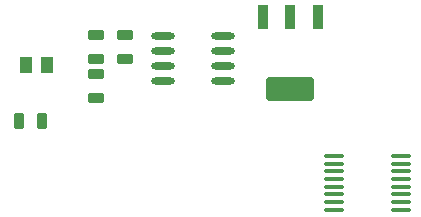
<source format=gbp>
G04 Layer_Color=128*
%FSLAX24Y24*%
%MOIN*%
G70*
G01*
G75*
G04:AMPARAMS|DCode=20|XSize=51.2mil|YSize=31.5mil|CornerRadius=1.6mil|HoleSize=0mil|Usage=FLASHONLY|Rotation=180.000|XOffset=0mil|YOffset=0mil|HoleType=Round|Shape=RoundedRectangle|*
%AMROUNDEDRECTD20*
21,1,0.0512,0.0283,0,0,180.0*
21,1,0.0480,0.0315,0,0,180.0*
1,1,0.0032,-0.0240,0.0142*
1,1,0.0032,0.0240,0.0142*
1,1,0.0032,0.0240,-0.0142*
1,1,0.0032,-0.0240,-0.0142*
%
%ADD20ROUNDEDRECTD20*%
G04:AMPARAMS|DCode=21|XSize=51.2mil|YSize=31.5mil|CornerRadius=1.6mil|HoleSize=0mil|Usage=FLASHONLY|Rotation=270.000|XOffset=0mil|YOffset=0mil|HoleType=Round|Shape=RoundedRectangle|*
%AMROUNDEDRECTD21*
21,1,0.0512,0.0283,0,0,270.0*
21,1,0.0480,0.0315,0,0,270.0*
1,1,0.0032,-0.0142,-0.0240*
1,1,0.0032,-0.0142,0.0240*
1,1,0.0032,0.0142,0.0240*
1,1,0.0032,0.0142,-0.0240*
%
%ADD21ROUNDEDRECTD21*%
G04:AMPARAMS|DCode=40|XSize=160mil|YSize=80mil|CornerRadius=12mil|HoleSize=0mil|Usage=FLASHONLY|Rotation=180.000|XOffset=0mil|YOffset=0mil|HoleType=Round|Shape=RoundedRectangle|*
%AMROUNDEDRECTD40*
21,1,0.1600,0.0560,0,0,180.0*
21,1,0.1360,0.0800,0,0,180.0*
1,1,0.0240,-0.0680,0.0280*
1,1,0.0240,0.0680,0.0280*
1,1,0.0240,0.0680,-0.0280*
1,1,0.0240,-0.0680,-0.0280*
%
%ADD40ROUNDEDRECTD40*%
G04:AMPARAMS|DCode=41|XSize=36mil|YSize=80mil|CornerRadius=7.2mil|HoleSize=0mil|Usage=FLASHONLY|Rotation=180.000|XOffset=0mil|YOffset=0mil|HoleType=Round|Shape=RoundedRectangle|*
%AMROUNDEDRECTD41*
21,1,0.0360,0.0656,0,0,180.0*
21,1,0.0216,0.0800,0,0,180.0*
1,1,0.0144,-0.0108,0.0328*
1,1,0.0144,0.0108,0.0328*
1,1,0.0144,0.0108,-0.0328*
1,1,0.0144,-0.0108,-0.0328*
%
%ADD41ROUNDEDRECTD41*%
%ADD42O,0.0787X0.0236*%
G04:AMPARAMS|DCode=43|XSize=55.1mil|YSize=39.4mil|CornerRadius=2mil|HoleSize=0mil|Usage=FLASHONLY|Rotation=90.000|XOffset=0mil|YOffset=0mil|HoleType=Round|Shape=RoundedRectangle|*
%AMROUNDEDRECTD43*
21,1,0.0551,0.0354,0,0,90.0*
21,1,0.0512,0.0394,0,0,90.0*
1,1,0.0039,0.0177,0.0256*
1,1,0.0039,0.0177,-0.0256*
1,1,0.0039,-0.0177,-0.0256*
1,1,0.0039,-0.0177,0.0256*
%
%ADD43ROUNDEDRECTD43*%
%ADD44O,0.0669X0.0138*%
D20*
X3346Y-7795D02*
D03*
Y-7008D02*
D03*
X3346Y-5709D02*
D03*
Y-6496D02*
D03*
X4331D02*
D03*
Y-5709D02*
D03*
D21*
X787Y-8563D02*
D03*
X1575D02*
D03*
D40*
X9843Y-7499D02*
D03*
D41*
X10744Y-5099D02*
D03*
X9843D02*
D03*
X8941D02*
D03*
D42*
X7579Y-5746D02*
D03*
Y-6246D02*
D03*
Y-6746D02*
D03*
Y-7246D02*
D03*
X5610Y-5746D02*
D03*
Y-6246D02*
D03*
Y-6746D02*
D03*
Y-7246D02*
D03*
D43*
X1732Y-6693D02*
D03*
X1024D02*
D03*
D44*
X11280Y-11526D02*
D03*
Y-11270D02*
D03*
Y-11014D02*
D03*
Y-10758D02*
D03*
Y-10502D02*
D03*
Y-10246D02*
D03*
Y-9990D02*
D03*
Y-9734D02*
D03*
X13524Y-11526D02*
D03*
Y-11270D02*
D03*
Y-11014D02*
D03*
Y-10758D02*
D03*
Y-10502D02*
D03*
Y-10246D02*
D03*
Y-9990D02*
D03*
Y-9734D02*
D03*
M02*

</source>
